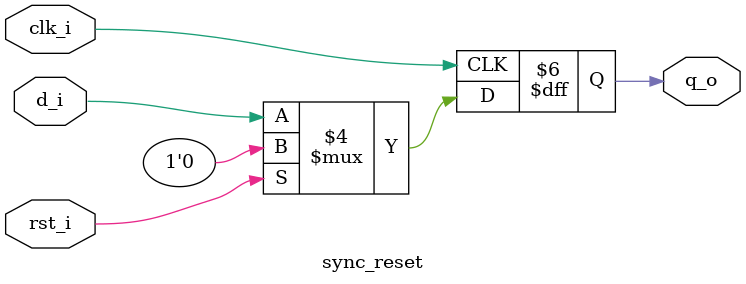
<source format=v>
module sync_reset(d_i,clk_i,rst_i,q_o);

input d_i,clk_i,rst_i;
output reg q_o;


always@(posedge clk_i) begin 
	if(rst_i == 1) begin
		q_o = 0;
	end
	else begin 
		q_o = d_i;
	end
end
endmodule


</source>
